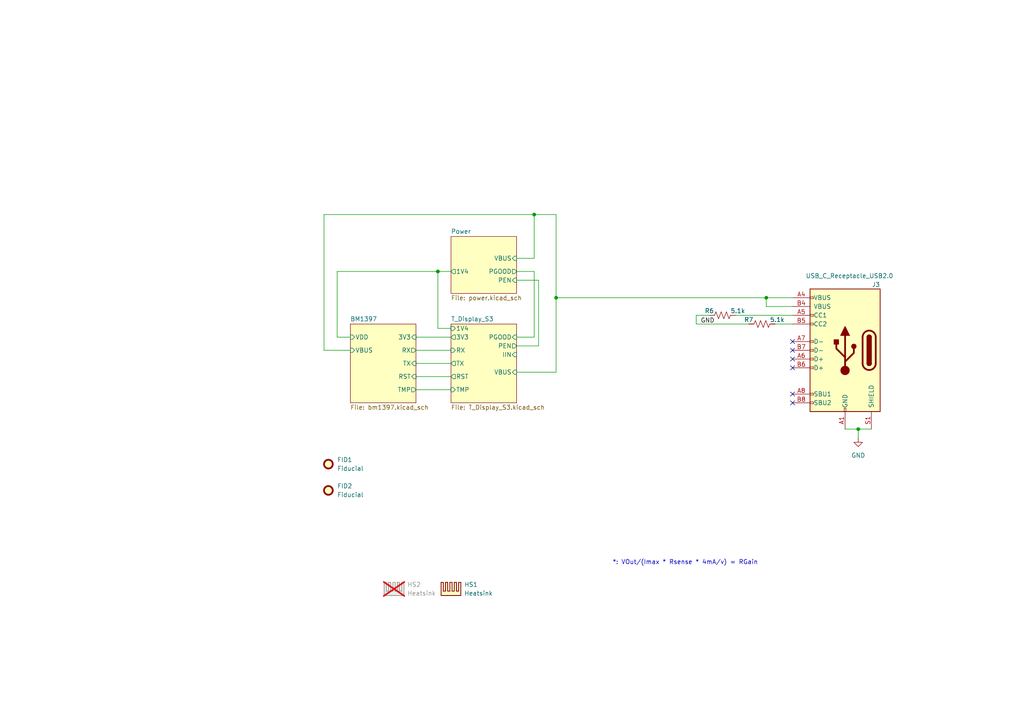
<source format=kicad_sch>
(kicad_sch (version 20231120) (generator "eeschema") (generator_version "8.0")
  (paper "A4")
  (title_block (title "NerdNOS") (date "2024-04-05") (rev "1"))
  (lib_symbols
    (symbol "Device:R_US" (pin_numbers hide) (pin_names (offset 0))
      (property "Reference" "R" (at 2.54 0 90))
      (property "Value" "R_US" (at -2.54 0 90))
      (symbol "R_US_0_1"
        (polyline (pts (xy 0 -2.286) (xy 0 -2.54)))
        (polyline (pts (xy 0 2.286) (xy 0 2.54)))
        (polyline (pts (xy 0 -0.762) (xy 1.016 -1.143) (xy 0 -1.524) (xy -1.016 -1.905) (xy 0 -2.286)))
        (polyline (pts (xy 0 0.762) (xy 1.016 0.381) (xy 0 0) (xy -1.016 -0.381) (xy 0 -0.762)))
        (polyline (pts (xy 0 2.286) (xy 1.016 1.905) (xy 0 1.524) (xy -1.016 1.143) (xy 0 0.762)))
      )
      (symbol "R_US_1_1"
        (pin passive line (at 0 3.81 270) (length 1.27) (name "~") (number "1"))
        (pin passive line (at 0 -3.81 90) (length 1.27) (name "~") (number "2"))
      )
    )
    (symbol "Mechanical:Fiducial" (exclude_from_sim yes) (in_bom no)
      (property "Reference" "FID" (at 0 5.08 0))
      (property "Value" "Fiducial" (at 0 3.175 0))
      (symbol "Fiducial_0_1"
        (circle (center 0 0) (radius 1.27) (stroke (width 0.508)) (fill (type background)))
      )
    )
    (symbol "Mechanical:Heatsink" (pin_names (offset 1.016)) (exclude_from_sim yes)
      (property "Reference" "HS" (at 0 5.08 0))
      (property "Value" "Heatsink" (at 0 -1.27 0))
      (symbol "Heatsink_0_1"
        (polyline (pts (xy -0.3302 1.27) (xy -0.9652 1.27) (xy -0.9652 3.81) (xy -1.6002 3.81) (xy -1.6002 1.27) (xy -2.2352 1.27) (xy -2.2352 3.81) (xy -2.8702 3.81) (xy -2.8702 0) (xy -0.9652 0)) (stroke (width 0.254)) (fill (type background)))
        (polyline (pts (xy -0.3302 1.27) (xy -0.3302 3.81) (xy 0.3048 3.81) (xy 0.3048 1.27) (xy 0.9398 1.27) (xy 0.9398 3.81) (xy 1.5748 3.81) (xy 1.5748 1.27) (xy 2.2098 1.27) (xy 2.2098 3.81) (xy 2.8448 3.81) (xy 2.8448 0) (xy -0.9652 0)) (stroke (width 0.254)) (fill (type background)))
      )
    )
    (symbol "bitaxe:USB_C_Receptacle_USB2.0" (pin_names (offset 1.016))
      (property "Reference" "J" (at -10.16 19.05 0))
      (property "Value" "USB_C_Receptacle_USB2.0" (at 19.05 19.05 0))
      (symbol "USB_C_Receptacle_USB2.0_0_0"
        (rectangle (start -0.254 -17.78) (end 0.254 -16.764))
        (rectangle (start 10.16 -14.986) (end 9.144 -15.494))
        (rectangle (start 10.16 -12.446) (end 9.144 -12.954))
        (rectangle (start 10.16 -4.826) (end 9.144 -5.334))
        (rectangle (start 10.16 -2.286) (end 9.144 -2.794))
        (rectangle (start 10.16 0.254) (end 9.144 -0.254))
        (rectangle (start 10.16 2.794) (end 9.144 2.286))
        (rectangle (start 10.16 7.874) (end 9.144 7.366))
        (rectangle (start 10.16 10.414) (end 9.144 9.906))
        (rectangle (start 10.16 15.494) (end 9.144 14.986))
      )
      (symbol "USB_C_Receptacle_USB2.0_0_1"
        (rectangle (start -10.16 17.78) (end 10.16 -17.78) (stroke (width 0.254)) (fill (type background)))
        (arc (start -8.89 -3.81) (mid -6.985 -5.7067) (end -5.08 -3.81) (stroke (width 0.508)))
        (arc (start -7.62 -3.81) (mid -6.985 -4.4423) (end -6.35 -3.81) (stroke (width 0.254)))
        (arc (start -7.62 -3.81) (mid -6.985 -4.4423) (end -6.35 -3.81) (stroke (width 0.254)) (fill (type outline)))
        (rectangle (start -7.62 -3.81) (end -6.35 3.81) (stroke (width 0.254)) (fill (type outline)))
        (arc (start -6.35 3.81) (mid -6.985 4.4423) (end -7.62 3.81) (stroke (width 0.254)))
        (arc (start -6.35 3.81) (mid -6.985 4.4423) (end -7.62 3.81) (stroke (width 0.254)) (fill (type outline)))
        (arc (start -5.08 3.81) (mid -6.985 5.7067) (end -8.89 3.81) (stroke (width 0.508)))
        (circle (center -2.54 1.143) (radius 0.635) (stroke (width 0.254)) (fill (type outline)))
        (circle (center 0 -5.842) (radius 1.27) (fill (type outline)))
        (polyline (pts (xy -8.89 -3.81) (xy -8.89 3.81)) (stroke (width 0.508)))
        (polyline (pts (xy -5.08 3.81) (xy -5.08 -3.81)) (stroke (width 0.508)))
        (polyline (pts (xy 0 -5.842) (xy 0 4.318)) (stroke (width 0.508)))
        (polyline (pts (xy 0 -3.302) (xy -2.54 -0.762) (xy -2.54 0.508)) (stroke (width 0.508)))
        (polyline (pts (xy 0 -2.032) (xy 2.54 0.508) (xy 2.54 1.778)) (stroke (width 0.508)))
        (polyline (pts (xy -1.27 4.318) (xy 0 6.858) (xy 1.27 4.318) (xy -1.27 4.318)) (stroke (width 0.254)) (fill (type outline)))
        (rectangle (start 1.905 1.778) (end 3.175 3.048) (stroke (width 0.254)) (fill (type outline)))
      )
      (symbol "USB_C_Receptacle_USB2.0_1_1"
        (pin passive line (at 0 -22.86 90) (length 5.08) (name "GND") (number "A1"))
        (pin power_out line (at 15.24 15.24 180) (length 5.08) (name "VBUS") (number "A4"))
        (pin bidirectional line (at 15.24 10.16 180) (length 5.08) (name "CC1") (number "A5"))
        (pin bidirectional line (at 15.24 -2.54 180) (length 5.08) (name "D+") (number "A6"))
        (pin bidirectional line (at 15.24 2.54 180) (length 5.08) (name "D-") (number "A7"))
        (pin bidirectional line (at 15.24 -12.7 180) (length 5.08) (name "SBU1") (number "A8"))
        (pin passive line (at 0 -22.86 90) (length 5.08) hide (name "GND") (number "B1"))
        (pin passive line (at 15.24 12.7 180) (length 5.08) (name "VBUS") (number "B4"))
        (pin bidirectional line (at 15.24 7.62 180) (length 5.08) (name "CC2") (number "B5"))
        (pin bidirectional line (at 15.24 -5.08 180) (length 5.08) (name "D+") (number "B6"))
        (pin bidirectional line (at 15.24 0 180) (length 5.08) (name "D-") (number "B7"))
        (pin bidirectional line (at 15.24 -15.24 180) (length 5.08) (name "SBU2") (number "B8"))
        (pin passive line (at -7.62 -22.86 90) (length 5.08) (name "SHIELD") (number "S1"))
      )
    )
    (symbol "power:GND" (power) (pin_numbers hide) (pin_names (offset 0) hide)
      (property "Value" "GND" (at 0 -3.81 0))
      (symbol "GND_0_1"
        (polyline (pts (xy 0 0) (xy 0 -1.27) (xy 1.27 -1.27) (xy 0 -2.54) (xy -1.27 -1.27) (xy 0 -1.27)))
      )
      (symbol "GND_1_1"
        (pin power_in line (at 0 0 270) (length 0) (name "~") (number "1"))
      )
    )
  )
  (junction (at 161.29 86.36))
  (junction (at 154.94 62.23))
  (junction (at 248.92 124.46))
  (junction (at 127 78.74))
  (junction (at 222.25 86.36))
  (no_connect (at 229.87 101.6))
  (no_connect (at 229.87 99.06))
  (no_connect (at 229.87 106.68))
  (no_connect (at 229.87 114.3))
  (no_connect (at 229.87 104.14))
  (no_connect (at 229.87 116.84))
  (wire (pts (xy 156.21 81.28) (xy 149.86 81.28)))
  (wire (pts (xy 120.65 113.03) (xy 130.81 113.03)))
  (wire (pts (xy 224.79 93.98) (xy 229.87 93.98)))
  (wire (pts (xy 93.98 101.6) (xy 101.6 101.6)))
  (wire (pts (xy 120.65 109.22) (xy 130.81 109.22)))
  (wire (pts (xy 217.17 93.98) (xy 201.93 93.98)))
  (wire (pts (xy 154.94 74.93) (xy 154.94 62.23)))
  (wire (pts (xy 130.81 78.74) (xy 127 78.74)))
  (wire (pts (xy 201.93 93.98) (xy 201.93 91.44)))
  (wire (pts (xy 93.98 62.23) (xy 93.98 101.6)))
  (wire (pts (xy 120.65 101.6) (xy 130.81 101.6)))
  (wire (pts (xy 120.65 105.41) (xy 130.81 105.41)))
  (wire (pts (xy 222.25 86.36) (xy 222.25 88.9)))
  (wire (pts (xy 222.25 88.9) (xy 229.87 88.9)))
  (wire (pts (xy 161.29 86.36) (xy 222.25 86.36)))
  (wire (pts (xy 93.98 62.23) (xy 154.94 62.23)))
  (wire (pts (xy 213.36 91.44) (xy 229.87 91.44)))
  (wire (pts (xy 130.81 95.25) (xy 127 95.25)))
  (wire (pts (xy 120.65 97.79) (xy 130.81 97.79)))
  (wire (pts (xy 156.21 100.33) (xy 156.21 81.28)))
  (wire (pts (xy 149.86 107.95) (xy 161.29 107.95)))
  (wire (pts (xy 248.92 124.46) (xy 248.92 127)))
  (wire (pts (xy 154.94 97.79) (xy 154.94 78.74)))
  (wire (pts (xy 97.79 78.74) (xy 97.79 97.79)))
  (wire (pts (xy 161.29 62.23) (xy 154.94 62.23)))
  (wire (pts (xy 154.94 78.74) (xy 149.86 78.74)))
  (wire (pts (xy 149.86 97.79) (xy 154.94 97.79)))
  (wire (pts (xy 127 78.74) (xy 97.79 78.74)))
  (wire (pts (xy 161.29 62.23) (xy 161.29 86.36)))
  (wire (pts (xy 161.29 86.36) (xy 161.29 107.95)))
  (wire (pts (xy 245.11 124.46) (xy 248.92 124.46)))
  (wire (pts (xy 149.86 74.93) (xy 154.94 74.93)))
  (wire (pts (xy 97.79 97.79) (xy 101.6 97.79)))
  (wire (pts (xy 248.92 124.46) (xy 252.73 124.46)))
  (wire (pts (xy 201.93 91.44) (xy 205.74 91.44)))
  (wire (pts (xy 222.25 86.36) (xy 229.87 86.36)))
  (wire (pts (xy 149.86 100.33) (xy 156.21 100.33)))
  (wire (pts (xy 127 95.25) (xy 127 78.74)))
  (text "*: VOut/(Imax * Rsense * 4mA/v) = RGain" (at 198.755 163.195 0) (effects (font (size 1.27 1.27))))
  (label "GND" (at 203.2 93.98 0))
  (symbol (lib_id "Mechanical:Heatsink") (at 130.81 172.72 0) (unit 1) (exclude_from_sim yes)
    (property "Reference" "HS1" (at 134.62 169.5449 0) (effects (justify left)))
    (property "Value" "Heatsink" (at 134.62 172.0849 0) (effects (justify left)))
    (property "Footprint" "myfootprints:960-19-15-F-AB-0" (effects (hide yes)))
    (property "Description" "Heatsink" (effects (hide yes)))
    (property "DK" "345-1745-ND" (effects (hide yes)))
  )
  (symbol (lib_id "Mechanical:Heatsink") (at 114.3 172.72 0) (unit 1) (exclude_from_sim yes) (on_board no) (dnp yes)
    (property "Reference" "HS2" (at 118.11 169.5449 0) (effects (justify left)))
    (property "Value" "Heatsink" (at 118.11 172.0849 0) (effects (justify left)))
    (property "Footprint" "myfootprints:960-19-15-F-AB-0" (effects (hide yes)))
    (property "Description" "Heatsink" (effects (hide yes)))
    (property "DK" "345-1746-ND" (effects (hide yes)))
  )
  (symbol (lib_id "bitaxe:USB_C_Receptacle_USB2.0") (at 245.11 101.6 0) (mirror y) (unit 1)
    (property "Reference" "J3" (at 255.27 82.55 0) (effects (justify left)))
    (property "Value" "USB_C_Receptacle_USB2.0" (at 233.68 80.01 0) (effects (justify right)))
    (property "Footprint" "Connector_USB:USB_C_Receptacle_GCT_USB4105-xx-A_16P_TopMnt_Horizontal" (effects (hide yes)))
    (property "Datasheet" "https://www.usb.org/sites/default/files/documents/usb_type-c.zip" (effects (hide yes)))
    (property "Description" "USB 2.0-only Type-C Receptacle connector" (effects (hide yes)))
    (property "DK" "2073-USB4105-GF-ACT-ND" (effects (hide yes)))
    (property "PARTNO" "USB4105-GF-A" (effects (hide yes)))
  )
  (symbol (lib_id "power:GND") (at 248.92 127 0) (unit 1)
    (property "Reference" "#PWR04" (effects (hide yes)))
    (property "Value" "GND" (at 248.92 132.08 0))
    (property "Description" "Power symbol creates a global label with name \"GND\" , ground" (effects (hide yes)))
  )
  (symbol (lib_id "Device:R_US") (at 209.55 91.44 90) (unit 1)
    (property "Reference" "R6" (at 205.74 90.17 90))
    (property "Value" "5.1k" (at 213.995 90.17 90))
    (property "Footprint" "Resistor_SMD:R_0402_1005Metric" (effects (hide yes)))
    (property "DK" "RMCF0402JT5K10CT-ND" (effects (hide yes)))
    (property "PARTNO" "RMCF0402JT5K10" (effects (hide yes)))
  )
  (symbol (lib_id "Mechanical:Fiducial") (at 95.25 142.24 0) (unit 1) (exclude_from_sim yes) (in_bom no)
    (property "Reference" "FID2" (at 97.79 140.9699 0) (effects (justify left)))
    (property "Value" "Fiducial" (at 97.79 143.5099 0) (effects (justify left)))
    (property "Footprint" "Fiducial:Fiducial_1mm_Mask2mm" (effects (hide yes)))
    (property "Description" "Fiducial Marker" (effects (hide yes)))
  )
  (symbol (lib_id "Device:R_US") (at 220.98 93.98 90) (unit 1)
    (property "Reference" "R7" (at 217.17 92.71 90))
    (property "Value" "5.1k" (at 225.425 92.71 90))
    (property "Footprint" "Resistor_SMD:R_0402_1005Metric" (effects (hide yes)))
    (property "DK" "RMCF0402JT5K10CT-ND" (effects (hide yes)))
    (property "PARTNO" "RMCF0402JT5K10" (effects (hide yes)))
  )
  (symbol (lib_id "Mechanical:Fiducial") (at 95.25 134.62 0) (unit 1) (exclude_from_sim yes) (in_bom no)
    (property "Reference" "FID1" (at 97.79 133.3499 0) (effects (justify left)))
    (property "Value" "Fiducial" (at 97.79 135.8899 0) (effects (justify left)))
    (property "Footprint" "Fiducial:Fiducial_1mm_Mask2mm" (effects (hide yes)))
    (property "Description" "Fiducial Marker" (effects (hide yes)))
  )
  (sheet (at 101.6 93.98) (size 19.05 22.86) (stroke (width 0.1524)) (fill (color 255 255 194 1.0000))
    (property "Sheetname" "BM1397" (at 101.6 93.2684 0) (effects (justify left bottom)))
    (property "Sheetfile" "bm1397.kicad_sch" (at 101.6 117.4246 0) (effects (justify left top)))
    (pin "VDD" input (at 101.6 97.79 180))
    (pin "TX" input (at 120.65 105.41 0))
    (pin "3V3" input (at 120.65 97.79 0))
    (pin "RX" output (at 120.65 101.6 0))
    (pin "RST" input (at 120.65 109.22 0))
    (pin "VBUS" input (at 101.6 101.6 180))
    (pin "TMP" output (at 120.65 113.03 0))
  )
  (sheet (at 130.81 68.58) (size 19.05 16.51) (stroke (width 0.1524)) (fill (color 255 255 194 1.0000))
    (property "Sheetname" "Power" (at 130.81 67.8684 0) (effects (justify left bottom)))
    (property "Sheetfile" "power.kicad_sch" (at 130.81 85.6746 0) (effects (justify left top)))
    (pin "VBUS" input (at 149.86 74.93 0))
    (pin "1V4" output (at 130.81 78.74 180))
    (pin "PGOOD" output (at 149.86 78.74 0))
    (pin "PEN" input (at 149.86 81.28 0))
  )
  (sheet (at 130.81 93.98) (size 19.05 22.86) (stroke (width 0.1524)) (fill (color 255 255 194 1.0000))
    (property "Sheetname" "T_Display_S3" (at 130.81 93.2684 0) (effects (justify left bottom)))
    (property "Sheetfile" "T_Display_S3.kicad_sch" (at 130.81 117.4246 0) (effects (justify left top)))
    (pin "VBUS" input (at 149.86 107.95 0))
    (pin "RX" input (at 130.81 101.6 180))
    (pin "TX" output (at 130.81 105.41 180))
    (pin "RST" output (at 130.81 109.22 180))
    (pin "3V3" output (at 130.81 97.79 180))
    (pin "TMP" input (at 130.81 113.03 180))
    (pin "PGOOD" input (at 149.86 97.79 0))
    (pin "PEN" output (at 149.86 100.33 0))
    (pin "IIN" input (at 149.86 102.87 0))
    (pin "1V4" input (at 130.81 95.25 180))
  )
)
</source>
